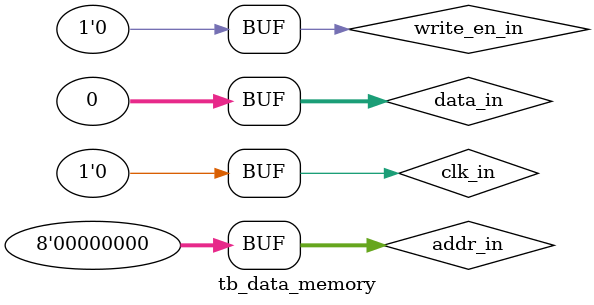
<source format=v>
`timescale 1ns / 1ps


module tb_data_memory;

	// Inputs
	reg clk_in;
	reg write_en_in;
	reg [7:0] addr_in;
	reg [31:0] data_in;

	// Outputs
	wire [31:0] data_out;

	// Instantiate the Unit Under Test (UUT)
	data_memory uut (
		.clk_in(clk_in), 
		.write_en_in(write_en_in), 
		.addr_in(addr_in), 
		.data_in(data_in), 
		.data_out(data_out)
	);

	initial begin
		// Initialize Inputs
		clk_in = 0;
		write_en_in = 0;
		addr_in = 0;
		data_in = 0;

		// Wait 100 ns for global reset to finish
		#100;
        
		// Add stimulus here

	end
      
endmodule


</source>
